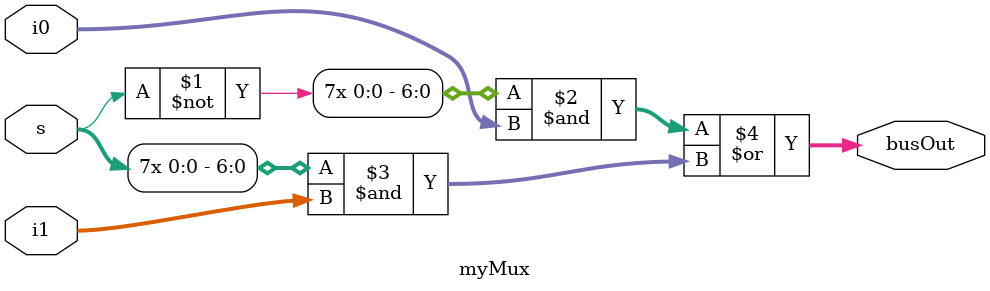
<source format=v>
`timescale 1ns / 1ps


module myMux(
    input [6:0] i0,
    input [6:0] i1,
    input s,
    output [6:0] busOut
    );
    assign busOut = ({7{~s}} & i0) | ({7{s}} & i1);
    
endmodule
</source>
